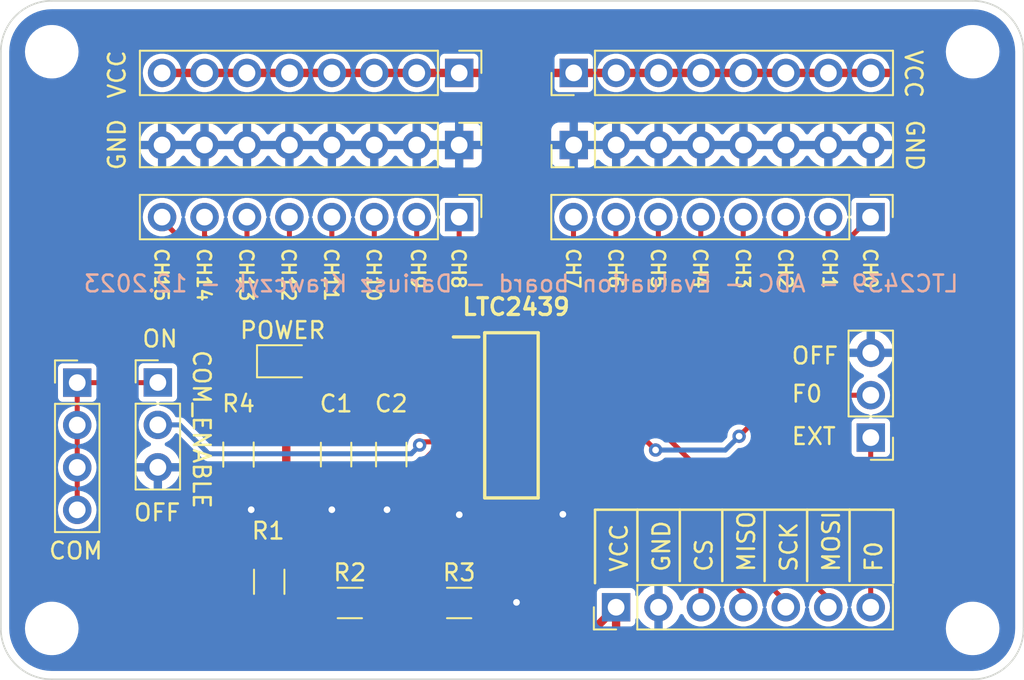
<source format=kicad_pcb>
(kicad_pcb (version 20221018) (generator pcbnew)
  (layers (0 "F.Cu" signal) (31 "B.Cu" power) (34 "B.Paste" user) (35 "F.Paste" user) (36 "B.SilkS" user "B.Silkscreen") (37 "F.SilkS" user "F.Silkscreen") (38 "B.Mask" user) (39 "F.Mask" user) (44 "Edge.Cuts" user))
  (net 0 "")
  (net 1 "VCC")
  (net 2 "REF-")
  (net 3 "CH8")
  (net 4 "CH9")
  (net 5 "CH10")
  (net 6 "CH11")
  (net 7 "CH12")
  (net 8 "CH13")
  (net 9 "CH14")
  (net 10 "CH15")
  (net 11 "COM")
  (net 12 "REF+")
  (net 13 "CS")
  (net 14 "MISO")
  (net 15 "SCK")
  (net 16 "MOSI")
  (net 17 "CH0")
  (net 18 "CH1")
  (net 19 "CH2")
  (net 20 "CH3")
  (net 21 "CH4")
  (net 22 "CH5")
  (net 23 "CH6")
  (net 24 "CH7")
  (net 25 "F0")
  (net 26 "GND")
  (net 27 "Net-(D1-K)")
  (net 28 "Net-(J1-Pin_1)")
  (net 29 "Net-(J5-Pin_2)")
  (footprint "Capacitor_SMD:C_1206_3216Metric" (layer "F.Cu") (at 123.952 87.122 -90)
    (fp_text reference "C1" (at -3.048 0 -180) (layer "F.SilkS"))
    (fp_text value "4.7uF")
    (fp_line (start -0.711252 -0.91) (end 0.711252 -0.91) (stroke (width 0.12)) (layer "F.SilkS"))
    (fp_line (start -0.711252 0.91) (end 0.711252 0.91) (stroke (width 0.12)) (layer "F.SilkS"))
    (pad "1" smd roundrect (at -1.475 0 270) (size 1.15 1.8) (layers "F.Cu" "F.Paste" "F.Mask") (roundrect_rratio 0.2173913043) (net 1 "VCC"))
    (pad "2" smd roundrect (at 1.475 0 270) (size 1.15 1.8) (layers "F.Cu" "F.Paste" "F.Mask") (roundrect_rratio 0.2173913043) (net 26 "GND"))
  )
  (footprint "Connector_PinHeader_2.54mm:PinHeader_1x08_P2.54mm_Vertical" (layer "F.Cu") (at 131.318 64.262 -90)
    (fp_text reference "J4" hide)
    (fp_text value "VCC" hide)
    (fp_line (start -1.33 -1.33) (end 0 -1.33) (stroke (width 0.12)) (layer "F.SilkS"))
    (fp_line (start -1.33 0) (end -1.33 -1.33) (stroke (width 0.12)) (layer "F.SilkS"))
    (fp_line (start -1.33 1.27) (end -1.33 19.11) (stroke (width 0.12)) (layer "F.SilkS"))
    (fp_line (start -1.33 1.27) (end 1.33 1.27) (stroke (width 0.12)) (layer "F.SilkS"))
    (fp_line (start -1.33 19.11) (end 1.33 19.11) (stroke (width 0.12)) (layer "F.SilkS"))
    (fp_line (start 1.33 1.27) (end 1.33 19.11) (stroke (width 0.12)) (layer "F.SilkS"))
    (pad "1" thru_hole rect (at 0 0 270) (size 1.7 1.7) (drill 1) (layers "*.Cu" "*.Mask") (net 1 "VCC"))
    (pad "2" thru_hole oval (at 0 2.54 270) (size 1.7 1.7) (drill 1) (layers "*.Cu" "*.Mask") (net 1 "VCC"))
    (pad "3" thru_hole oval (at 0 5.08 270) (size 1.7 1.7) (drill 1) (layers "*.Cu" "*.Mask") (net 1 "VCC"))
    (pad "4" thru_hole oval (at 0 7.62 270) (size 1.7 1.7) (drill 1) (layers "*.Cu" "*.Mask") (net 1 "VCC"))
    (pad "5" thru_hole oval (at 0 10.16 270) (size 1.7 1.7) (drill 1) (layers "*.Cu" "*.Mask") (net 1 "VCC"))
    (pad "6" thru_hole oval (at 0 12.7 270) (size 1.7 1.7) (drill 1) (layers "*.Cu" "*.Mask") (net 1 "VCC"))
    (pad "7" thru_hole oval (at 0 15.24 270) (size 1.7 1.7) (drill 1) (layers "*.Cu" "*.Mask") (net 1 "VCC"))
    (pad "8" thru_hole oval (at 0 17.78 270) (size 1.7 1.7) (drill 1) (layers "*.Cu" "*.Mask") (net 1 "VCC"))
  )
  (footprint "Resistor_SMD:R_1206_3216Metric" (layer "F.Cu") (at 124.7755 96.012)
    (fp_text reference "R2" (at 0 -1.82) (layer "F.SilkS"))
    (fp_text value "1k")
    (fp_line (start -0.727064 -0.91) (end 0.727064 -0.91) (stroke (width 0.12)) (layer "F.SilkS"))
    (fp_line (start -0.727064 0.91) (end 0.727064 0.91) (stroke (width 0.12)) (layer "F.SilkS"))
    (pad "1" smd roundrect (at -1.4625 0) (size 1.125 1.75) (layers "F.Cu" "F.Paste" "F.Mask") (roundrect_rratio 0.2222222222) (net 12 "REF+"))
    (pad "2" smd roundrect (at 1.4625 0) (size 1.125 1.75) (layers "F.Cu" "F.Paste" "F.Mask") (roundrect_rratio 0.2222222222) (net 2 "REF-"))
  )
  (footprint "Connector_PinHeader_2.54mm:PinHeader_1x08_P2.54mm_Vertical" (layer "F.Cu") (at 155.941 72.898 -90)
    (fp_text reference "J3" hide)
    (fp_text value "CH0-7" hide)
    (fp_line (start -1.33 -1.33) (end 0 -1.33) (stroke (width 0.12)) (layer "F.SilkS"))
    (fp_line (start -1.33 0) (end -1.33 -1.33) (stroke (width 0.12)) (layer "F.SilkS"))
    (fp_line (start -1.33 1.27) (end -1.33 19.11) (stroke (width 0.12)) (layer "F.SilkS"))
    (fp_line (start -1.33 1.27) (end 1.33 1.27) (stroke (width 0.12)) (layer "F.SilkS"))
    (fp_line (start -1.33 19.11) (end 1.33 19.11) (stroke (width 0.12)) (layer "F.SilkS"))
    (fp_line (start 1.33 1.27) (end 1.33 19.11) (stroke (width 0.12)) (layer "F.SilkS"))
    (pad "1" thru_hole rect (at 0 0 270) (size 1.7 1.7) (drill 1) (layers "*.Cu" "*.Mask") (net 17 "CH0"))
    (pad "2" thru_hole oval (at 0 2.54 270) (size 1.7 1.7) (drill 1) (layers "*.Cu" "*.Mask") (net 18 "CH1"))
    (pad "3" thru_hole oval (at 0 5.08 270) (size 1.7 1.7) (drill 1) (layers "*.Cu" "*.Mask") (net 19 "CH2"))
    (pad "4" thru_hole oval (at 0 7.62 270) (size 1.7 1.7) (drill 1) (layers "*.Cu" "*.Mask") (net 20 "CH3"))
    (pad "5" thru_hole oval (at 0 10.16 270) (size 1.7 1.7) (drill 1) (layers "*.Cu" "*.Mask") (net 21 "CH4"))
    (pad "6" thru_hole oval (at 0 12.7 270) (size 1.7 1.7) (drill 1) (layers "*.Cu" "*.Mask") (net 22 "CH5"))
    (pad "7" thru_hole oval (at 0 15.24 270) (size 1.7 1.7) (drill 1) (layers "*.Cu" "*.Mask") (net 23 "CH6"))
    (pad "8" thru_hole oval (at 0 17.78 270) (size 1.7 1.7) (drill 1) (layers "*.Cu" "*.Mask") (net 24 "CH7"))
  )
  (footprint "Connector_PinHeader_2.54mm:PinHeader_1x03_P2.54mm_Vertical" (layer "F.Cu") (at 113.284 82.804)
    (fp_text reference "J10" hide)
    (fp_text value "COM_ENABLE" hide)
    (fp_line (start -1.33 -1.33) (end 0 -1.33) (stroke (width 0.12)) (layer "F.SilkS"))
    (fp_line (start -1.33 0) (end -1.33 -1.33) (stroke (width 0.12)) (layer "F.SilkS"))
    (fp_line (start -1.33 1.27) (end -1.33 6.41) (stroke (width 0.12)) (layer "F.SilkS"))
    (fp_line (start -1.33 1.27) (end 1.33 1.27) (stroke (width 0.12)) (layer "F.SilkS"))
    (fp_line (start -1.33 6.41) (end 1.33 6.41) (stroke (width 0.12)) (layer "F.SilkS"))
    (fp_line (start 1.33 1.27) (end 1.33 6.41) (stroke (width 0.12)) (layer "F.SilkS"))
    (pad "1" thru_hole rect (at 0 0) (size 1.7 1.7) (drill 1) (layers "*.Cu" "*.Mask") (net 28 "Net-(J1-Pin_1)"))
    (pad "2" thru_hole oval (at 0 2.54) (size 1.7 1.7) (drill 1) (layers "*.Cu" "*.Mask") (net 11 "COM"))
    (pad "3" thru_hole oval (at 0 5.08) (size 1.7 1.7) (drill 1) (layers "*.Cu" "*.Mask") (net 26 "GND"))
  )
  (footprint "Connector_PinHeader_2.54mm:PinHeader_1x04_P2.54mm_Vertical" (layer "F.Cu") (at 108.458 82.814)
    (fp_text reference "J1" hide)
    (fp_text value "COM" hide)
    (fp_line (start -1.33 -1.33) (end 0 -1.33) (stroke (width 0.12)) (layer "F.SilkS"))
    (fp_line (start -1.33 0) (end -1.33 -1.33) (stroke (width 0.12)) (layer "F.SilkS"))
    (fp_line (start -1.33 1.27) (end -1.33 8.95) (stroke (width 0.12)) (layer "F.SilkS"))
    (fp_line (start -1.33 1.27) (end 1.33 1.27) (stroke (width 0.12)) (layer "F.SilkS"))
    (fp_line (start -1.33 8.95) (end 1.33 8.95) (stroke (width 0.12)) (layer "F.SilkS"))
    (fp_line (start 1.33 1.27) (end 1.33 8.95) (stroke (width 0.12)) (layer "F.SilkS"))
    (pad "1" thru_hole rect (at 0 0) (size 1.7 1.7) (drill 1) (layers "*.Cu" "*.Mask") (net 28 "Net-(J1-Pin_1)"))
    (pad "2" thru_hole oval (at 0 2.54) (size 1.7 1.7) (drill 1) (layers "*.Cu" "*.Mask") (net 28 "Net-(J1-Pin_1)"))
    (pad "3" thru_hole oval (at 0 5.08) (size 1.7 1.7) (drill 1) (layers "*.Cu" "*.Mask") (net 28 "Net-(J1-Pin_1)"))
    (pad "4" thru_hole oval (at 0 7.62) (size 1.7 1.7) (drill 1) (layers "*.Cu" "*.Mask") (net 28 "Net-(J1-Pin_1)"))
  )
  (footprint "Resistor_SMD:R_1206_3216Metric" (layer "F.Cu") (at 119.9495 94.742 -90)
    (fp_text reference "R1" (at -3.048 0.0615 -180) (layer "F.SilkS"))
    (fp_text value "50k")
    (fp_line (start -0.727064 -0.91) (end 0.727064 -0.91) (stroke (width 0.12)) (layer "F.SilkS"))
    (fp_line (start -0.727064 0.91) (end 0.727064 0.91) (stroke (width 0.12)) (layer "F.SilkS"))
    (pad "1" smd roundrect (at -1.4625 0 270) (size 1.125 1.75) (layers "F.Cu" "F.Paste" "F.Mask") (roundrect_rratio 0.2222222222) (net 1 "VCC"))
    (pad "2" smd roundrect (at 1.4625 0 270) (size 1.125 1.75) (layers "F.Cu" "F.Paste" "F.Mask") (roundrect_rratio 0.2222222222) (net 12 "REF+"))
  )
  (footprint "Capacitor_SMD:C_1206_3216Metric" (layer "F.Cu") (at 127.254 87.122 -90)
    (fp_text reference "C2" (at -3.048 0 -180) (layer "F.SilkS"))
    (fp_text value "0.1uF")
    (fp_line (start -0.711252 -0.91) (end 0.711252 -0.91) (stroke (width 0.12)) (layer "F.SilkS"))
    (fp_line (start -0.711252 0.91) (end 0.711252 0.91) (stroke (width 0.12)) (layer "F.SilkS"))
    (pad "1" smd roundrect (at -1.475 0 270) (size 1.15 1.8) (layers "F.Cu" "F.Paste" "F.Mask") (roundrect_rratio 0.2173913043) (net 1 "VCC"))
    (pad "2" smd roundrect (at 1.475 0 270) (size 1.15 1.8) (layers "F.Cu" "F.Paste" "F.Mask") (roundrect_rratio 0.2173913043) (net 26 "GND"))
  )
  (footprint "LTC2439-1IGN#PBF:SOP64P601X175-28N" (layer "F.Cu") (at 134.448 84.772)
    (fp_text reference "LTC2439" (at 0.277 -6.497) (layer "F.SilkS") (effects (font (thickness 0.2) bold)))
    (fp_text value "LTC2439-1IGN#PBF" hide)
    (fp_line (start -3.475 -4.695) (end -1.95 -4.695) (stroke (width 0.2)) (layer "F.SilkS"))
    (fp_line (start -1.6 -4.946) (end 1.6 -4.946) (stroke (width 0.2)) (layer "F.SilkS"))
    (fp_line (start -1.6 4.946) (end -1.6 -4.946) (stroke (width 0.2)) (layer "F.SilkS"))
    (fp_line (start 1.6 -4.946) (end 1.6 4.946) (stroke (width 0.2)) (layer "F.SilkS"))
    (fp_line (start 1.6 4.946) (end -1.6 4.946) (stroke (width 0.2)) (layer "F.SilkS"))
    (pad "1" smd rect (at -2.712 -4.128 90) (size 0.435 1.526) (layers "F.Cu" "F.Paste" "F.Mask") (net 3 "CH8"))
    (pad "2" smd rect (at -2.712 -3.492 90) (size 0.435 1.526) (layers "F.Cu" "F.Paste" "F.Mask") (net 4 "CH9"))
    (pad "3" smd rect (at -2.712 -2.858 90) (size 0.435 1.526) (layers "F.Cu" "F.Paste" "F.Mask") (net 5 "CH10"))
    (pad "4" smd rect (at -2.712 -2.222 90) (size 0.435 1.526) (layers "F.Cu" "F.Paste" "F.Mask") (net 6 "CH11"))
    (pad "5" smd rect (at -2.712 -1.588 90) (size 0.435 1.526) (layers "F.Cu" "F.Paste" "F.Mask") (net 7 "CH12"))
    (pad "6" smd rect (at -2.712 -0.952 90) (size 0.435 1.526) (layers "F.Cu" "F.Paste" "F.Mask") (net 8 "CH13"))
    (pad "7" smd rect (at -2.712 -0.318 90) (size 0.435 1.526) (layers "F.Cu" "F.Paste" "F.Mask") (net 9 "CH14"))
    (pad "8" smd rect (at -2.712 0.318 90) (size 0.435 1.526) (layers "F.Cu" "F.Paste" "F.Mask") (net 10 "CH15"))
    (pad "9" smd rect (at -2.712 0.952 90) (size 0.435 1.526) (layers "F.Cu" "F.Paste" "F.Mask") (net 1 "VCC"))
    (pad "10" smd rect (at -2.712 1.588 90) (size 0.435 1.526) (layers "F.Cu" "F.Paste" "F.Mask") (net 11 "COM"))
    (pad "11" smd rect (at -2.712 2.222 90) (size 0.435 1.526) (layers "F.Cu" "F.Paste" "F.Mask") (net 12 "REF+"))
    (pad "12" smd rect (at -2.712 2.858 90) (size 0.435 1.526) (layers "F.Cu" "F.Paste" "F.Mask") (net 2 "REF-"))
    (pad "13" smd rect (at -2.712 3.492 90) (size 0.435 1.526) (layers "F.Cu" "F.Paste" "F.Mask") (net 26 "GND"))
    (pad "14" smd rect (at -2.712 4.128 90) (size 0.435 1.526) (layers "F.Cu" "F.Paste" "F.Mask") (net 26 "GND"))
    (pad "15" smd rect (at 2.712 4.128 90) (size 0.435 1.526) (layers "F.Cu" "F.Paste" "F.Mask") (net 26 "GND"))
    (pad "16" smd rect (at 2.712 3.492 90) (size 0.435 1.526) (layers "F.Cu" "F.Paste" "F.Mask") (net 13 "CS"))
    (pad "17" smd rect (at 2.712 2.858 90) (size 0.435 1.526) (layers "F.Cu" "F.Paste" "F.Mask") (net 14 "MISO"))
    (pad "18" smd rect (at 2.712 2.222 90) (size 0.435 1.526) (layers "F.Cu" "F.Paste" "F.Mask") (net 15 "SCK"))
    (pad "19" smd rect (at 2.712 1.588 90) (size 0.435 1.526) (layers "F.Cu" "F.Paste" "F.Mask") (net 29 "Net-(J5-Pin_2)"))
    (pad "20" smd rect (at 2.712 0.952 90) (size 0.435 1.526) (layers "F.Cu" "F.Paste" "F.Mask") (net 16 "MOSI"))
    (pad "21" smd rect (at 2.712 0.318 90) (size 0.435 1.526) (layers "F.Cu" "F.Paste" "F.Mask") (net 17 "CH0"))
    (pad "22" smd rect (at 2.712 -0.318 90) (size 0.435 1.526) (layers "F.Cu" "F.Paste" "F.Mask") (net 18 "CH1"))
    (pad "23" smd rect (at 2.712 -0.952 90) (size 0.435 1.526) (layers "F.Cu" "F.Paste" "F.Mask") (net 19 "CH2"))
    (pad "24" smd rect (at 2.712 -1.588 90) (size 0.435 1.526) (layers "F.Cu" "F.Paste" "F.Mask") (net 20 "CH3"))
    (pad "25" smd rect (at 2.712 -2.222 90) (size 0.435 1.526) (layers "F.Cu" "F.Paste" "F.Mask") (net 21 "CH4"))
    (pad "26" smd rect (at 2.712 -2.858 90) (size 0.435 1.526) (layers "F.Cu" "F.Paste" "F.Mask") (net 22 "CH5"))
    (pad "27" smd rect (at 2.712 -3.492 90) (size 0.435 1.526) (layers "F.Cu" "F.Paste" "F.Mask") (net 23 "CH6"))
    (pad "28" smd rect (at 2.712 -4.128 90) (size 0.435 1.526) (layers "F.Cu" "F.Paste" "F.Mask") (net 24 "CH7"))
  )
  (footprint "Connector_PinHeader_2.54mm:PinHeader_1x07_P2.54mm_Vertical" (layer "F.Cu") (at 140.711 96.266 90)
    (fp_text reference "J9" hide)
    (fp_text value "GPIO" hide)
    (fp_line (start -1.33 -1.33) (end 0 -1.33) (stroke (width 0.12)) (layer "F.SilkS"))
    (fp_line (start -1.33 0) (end -1.33 -1.33) (stroke (width 0.12)) (layer "F.SilkS"))
    (fp_line (start -1.33 1.27) (end -1.33 16.57) (stroke (width 0.12)) (layer "F.SilkS"))
    (fp_line (start -1.33 1.27) (end 1.33 1.27) (stroke (width 0.12)) (layer "F.SilkS"))
    (fp_line (start -1.33 16.57) (end 1.33 16.57) (stroke (width 0.12)) (layer "F.SilkS"))
    (fp_line (start 1.33 1.27) (end 1.33 16.57) (stroke (width 0.12)) (layer "F.SilkS"))
    (pad "1" thru_hole rect (at 0 0 90) (size 1.7 1.7) (drill 1) (layers "*.Cu" "*.Mask") (net 1 "VCC"))
    (pad "2" thru_hole oval (at 0 2.54 90) (size 1.7 1.7) (drill 1) (layers "*.Cu" "*.Mask") (net 26 "GND"))
    (pad "3" thru_hole oval (at 0 5.08 90) (size 1.7 1.7) (drill 1) (layers "*.Cu" "*.Mask") (net 13 "CS"))
    (pad "4" thru_hole oval (at 0 7.62 90) (size 1.7 1.7) (drill 1) (layers "*.Cu" "*.Mask") (net 14 "MISO"))
    (pad "5" thru_hole oval (at 0 10.16 90) (size 1.7 1.7) (drill 1) (layers "*.Cu" "*.Mask") (net 15 "SCK"))
    (pad "6" thru_hole oval (at 0 12.7 90) (size 1.7 1.7) (drill 1) (layers "*.Cu" "*.Mask") (net 16 "MOSI"))
    (pad "7" thru_hole oval (at 0 15.24 90) (size 1.7 1.7) (drill 1) (layers "*.Cu" "*.Mask") (net 25 "F0"))
  )
  (footprint "MountingHole:MountingHole_2.2mm_M2" (layer "F.Cu") (at 162.052 97.536)
    (fp_text reference "H3" hide)
    (fp_text value "MountingHole" hide)
    (pad "" np_thru_hole circle (at 0 0) (size 2.2 2.2) (drill 2.2) (layers "*.Cu" "*.Mask"))
  )
  (footprint "Connector_PinHeader_2.54mm:PinHeader_1x08_P2.54mm_Vertical" (layer "F.Cu") (at 138.176 64.262 90)
    (fp_text reference "J6" hide)
    (fp_text value "VCC" hide)
    (fp_line (start -1.33 -1.33) (end 0 -1.33) (stroke (width 0.12)) (layer "F.SilkS"))
    (fp_line (start -1.33 0) (end -1.33 -1.33) (stroke (width 0.12)) (layer "F.SilkS"))
    (fp_line (start -1.33 1.27) (end -1.33 19.11) (stroke (width 0.12)) (layer "F.SilkS"))
    (fp_line (start -1.33 1.27) (end 1.33 1.27) (stroke (width 0.12)) (layer "F.SilkS"))
    (fp_line (start -1.33 19.11) (end 1.33 19.11) (stroke (width 0.12)) (layer "F.SilkS"))
    (fp_line (start 1.33 1.27) (end 1.33 19.11) (stroke (width 0.12)) (layer "F.SilkS"))
    (pad "1" thru_hole rect (at 0 0 90) (size 1.7 1.7) (drill 1) (layers "*.Cu" "*.Mask") (net 1 "VCC"))
    (pad "2" thru_hole oval (at 0 2.54 90) (size 1.7 1.7) (drill 1) (layers "*.Cu" "*.Mask") (net 1 "VCC"))
    (pad "3" thru_hole oval (at 0 5.08 90) (size 1.7 1.7) (drill 1) (layers "*.Cu" "*.Mask") (net 1 "VCC"))
    (pad "4" thru_hole oval (at 0 7.62 90) (size 1.7 1.7) (drill 1) (layers "*.Cu" "*.Mask") (net 1 "VCC"))
    (pad "5" thru_hole oval (at 0 10.16 90) (size 1.7 1.7) (drill 1) (layers "*.Cu" "*.Mask") (net 1 "VCC"))
    (pad "6" thru_hole oval (at 0 12.7 90) (size 1.7 1.7) (drill 1) (layers "*.Cu" "*.Mask") (net 1 "VCC"))
    (pad "7" thru_hole oval (at 0 15.24 90) (size 1.7 1.7) (drill 1) (layers "*.Cu" "*.Mask") (net 1 "VCC"))
    (pad "8" thru_hole oval (at 0 17.78 90) (size 1.7 1.7) (drill 1) (layers "*.Cu" "*.Mask") (net 1 "VCC"))
  )
  (footprint "Connector_PinHeader_2.54mm:PinHeader_1x08_P2.54mm_Vertical" (layer "F.Cu") (at 131.318 68.58 -90)
    (fp_text reference "J7" hide)
    (fp_text value "GND" hide)
    (fp_line (start -1.33 -1.33) (end 0 -1.33) (stroke (width 0.12)) (layer "F.SilkS"))
    (fp_line (start -1.33 0) (end -1.33 -1.33) (stroke (width 0.12)) (layer "F.SilkS"))
    (fp_line (start -1.33 1.27) (end -1.33 19.11) (stroke (width 0.12)) (layer "F.SilkS"))
    (fp_line (start -1.33 1.27) (end 1.33 1.27) (stroke (width 0.12)) (layer "F.SilkS"))
    (fp_line (start -1.33 19.11) (end 1.33 19.11) (stroke (width 0.12)) (layer "F.SilkS"))
    (fp_line (start 1.33 1.27) (end 1.33 19.11) (stroke (width 0.12)) (layer "F.SilkS"))
    (pad "1" thru_hole rect (at 0 0 270) (size 1.7 1.7) (drill 1) (layers "*.Cu" "*.Mask") (net 26 "GND"))
    (pad "2" thru_hole oval (at 0 2.54 270) (size 1.7 1.7) (drill 1) (layers "*.Cu" "*.Mask") (net 26 "GND"))
    (pad "3" thru_hole oval (at 0 5.08 270) (size 1.7 1.7) (drill 1) (layers "*.Cu" "*.Mask") (net 26 "GND"))
    (pad "4" thru_hole oval (at 0 7.62 270) (size 1.7 1.7) (drill 1) (layers "*.Cu" "*.Mask") (net 26 "GND"))
    (pad "5" thru_hole oval (at 0 10.16 270) (size 1.7 1.7) (drill 1) (layers "*.Cu" "*.Mask") (net 26 "GND"))
    (pad "6" thru_hole oval (at 0 12.7 270) (size 1.7 1.7) (drill 1) (layers "*.Cu" "*.Mask") (net 26 "GND"))
    (pad "7" thru_hole oval (at 0 15.24 270) (size 1.7 1.7) (drill 1) (layers "*.Cu" "*.Mask") (net 26 "GND"))
    (pad "8" thru_hole oval (at 0 17.78 270) (size 1.7 1.7) (drill 1) (layers "*.Cu" "*.Mask") (net 26 "GND"))
  )
  (footprint "MountingHole:MountingHole_2.2mm_M2" (layer "F.Cu") (at 106.934 62.992)
    (fp_text reference "H1" hide)
    (fp_text value "MountingHole" hide)
    (pad "" np_thru_hole circle (at 0 0) (size 2.2 2.2) (drill 2.2) (layers "*.Cu" "*.Mask"))
  )
  (footprint "Connector_PinHeader_2.54mm:PinHeader_1x08_P2.54mm_Vertical" (layer "F.Cu") (at 131.318 72.898 -90)
    (fp_text reference "J2" hide)
    (fp_text value "CH8-15" hide)
    (fp_line (start -1.33 -1.33) (end 0 -1.33) (stroke (width 0.12)) (layer "F.SilkS"))
    (fp_line (start -1.33 0) (end -1.33 -1.33) (stroke (width 0.12)) (layer "F.SilkS"))
    (fp_line (start -1.33 1.27) (end -1.33 19.11) (stroke (width 0.12)) (layer "F.SilkS"))
    (fp_line (start -1.33 1.27) (end 1.33 1.27) (stroke (width 0.12)) (layer "F.SilkS"))
    (fp_line (start -1.33 19.11) (end 1.33 19.11) (stroke (width 0.12)) (layer "F.SilkS"))
    (fp_line (start 1.33 1.27) (end 1.33 19.11) (stroke (width 0.12)) (layer "F.SilkS"))
    (pad "1" thru_hole rect (at 0 0 270) (size 1.7 1.7) (drill 1) (layers "*.Cu" "*.Mask") (net 3 "CH8"))
    (pad "2" thru_hole oval (at 0 2.54 270) (size 1.7 1.7) (drill 1) (layers "*.Cu" "*.Mask") (net 4 "CH9"))
    (pad "3" thru_hole oval (at 0 5.08 270) (size 1.7 1.7) (drill 1) (layers "*.Cu" "*.Mask") (net 5 "CH10"))
    (pad "4" thru_hole oval (at 0 7.62 270) (size 1.7 1.7) (drill 1) (layers "*.Cu" "*.Mask") (net 6 "CH11"))
    (pad "5" thru_hole oval (at 0 10.16 270) (size 1.7 1.7) (drill 1) (layers "*.Cu" "*.Mask") (net 7 "CH12"))
    (pad "6" thru_hole oval (at 0 12.7 270) (size 1.7 1.7) (drill 1) (layers "*.Cu" "*.Mask") (net 8 "CH13"))
    (pad "7" thru_hole oval (at 0 15.24 270) (size 1.7 1.7) (drill 1) (layers "*.Cu" "*.Mask") (net 9 "CH14"))
    (pad "8" thru_hole oval (at 0 17.78 270) (size 1.7 1.7) (drill 1) (layers "*.Cu" "*.Mask") (net 10 "CH15"))
  )
  (footprint "Connector_PinHeader_2.54mm:PinHeader_1x03_P2.54mm_Vertical" (layer "F.Cu") (at 155.956 86.106 180)
    (fp_text reference "J5" hide)
    (fp_text value "F0_ON_OFF" hide)
    (fp_line (start -1.33 -1.33) (end 0 -1.33) (stroke (width 0.12)) (layer "F.SilkS"))
    (fp_line (start -1.33 0) (end -1.33 -1.33) (stroke (width 0.12)) (layer "F.SilkS"))
    (fp_line (start -1.33 1.27) (end -1.33 6.41) (stroke (width 0.12)) (layer "F.SilkS"))
    (fp_line (start -1.33 1.27) (end 1.33 1.27) (stroke (width 0.12)) (layer "F.SilkS"))
    (fp_line (start -1.33 6.41) (end 1.33 6.41) (stroke (width 0.12)) (layer "F.SilkS"))
    (fp_line (start 1.33 1.27) (end 1.33 6.41) (stroke (width 0.12)) (layer "F.SilkS"))
    (pad "1" thru_hole rect (at 0 0 180) (size 1.7 1.7) (drill 1) (layers "*.Cu" "*.Mask") (net 25 "F0"))
    (pad "2" thru_hole oval (at 0 2.54 180) (size 1.7 1.7) (drill 1) (layers "*.Cu" "*.Mask") (net 29 "Net-(J5-Pin_2)"))
    (pad "3" thru_hole oval (at 0 5.08 180) (size 1.7 1.7) (drill 1) (layers "*.Cu" "*.Mask") (net 26 "GND"))
  )
  (footprint "LED_SMD:LED_0805_2012Metric" (layer "F.Cu") (at 120.904 81.534)
    (fp_text reference "D1" hide)
    (fp_text value "POWER_LED" hide)
    (fp_line (start -1.685 -0.96) (end -1.685 0.96) (stroke (width 0.12)) (layer "F.SilkS"))
    (fp_line (start -1.685 0.96) (end 1 0.96) (stroke (width 0.12)) (layer "F.SilkS"))
    (fp_line (start 1 -0.96) (end -1.685 -0.96) (stroke (width 0.12)) (layer "F.SilkS"))
    (pad "1" smd roundrect (at -0.9375 0) (size 0.975 1.4) (layers "F.Cu" "F.Paste" "F.Mask") (net 27 "Net-(D1-K)"))
    (pad "2" smd roundrect (at 0.9375 0) (size 0.975 1.4) (layers "F.Cu" "F.Paste" "F.Mask") (net 1 "VCC"))
  )
  (footprint "Connector_PinHeader_2.54mm:PinHeader_1x08_P2.54mm_Vertical" (layer "F.Cu") (at 138.176 68.58 90)
    (fp_text reference "J8" hide)
    (fp_text value "GND" hide)
    (fp_line (start -1.33 -1.33) (end 0 -1.33) (stroke (width 0.12)) (layer "F.SilkS"))
    (fp_line (start -1.33 0) (end -1.33 -1.33) (stroke (width 0.12)) (layer "F.SilkS"))
    (fp_line (start -1.33 1.27) (end -1.33 19.11) (stroke (width 0.12)) (layer "F.SilkS"))
    (fp_line (start -1.33 1.27) (end 1.33 1.27) (stroke (width 0.12)) (layer "F.SilkS"))
    (fp_line (start -1.33 19.11) (end 1.33 19.11) (stroke (width 0.12)) (layer "F.SilkS"))
    (fp_line (start 1.33 1.27) (end 1.33 19.11) (stroke (width 0.12)) (layer "F.SilkS"))
    (pad "1" thru_hole rect (at 0 0 90) (size 1.7 1.7) (drill 1) (layers "*.Cu" "*.Mask") (net 26 "GND"))
    (pad "2" thru_hole oval (at 0 2.54 90) (size 1.7 1.7) (drill 1) (layers "*.Cu" "*.Mask") (net 26 "GND"))
    (pad "3" thru_hole oval (at 0 5.08 90) (size 1.7 1.7) (drill 1) (layers "*.Cu" "*.Mask") (net 26 "GND"))
    (pad "4" thru_hole oval (at 0 7.62 90) (size 1.7 1.7) (drill 1) (layers "*.Cu" "*.Mask") (net 26 "GND"))
    (pad "5" thru_hole oval (at 0 10.16 90) (size 1.7 1.7) (drill 1) (layers "*.Cu" "*.Mask") (net 26 "GND"))
    (pad "6" thru_hole oval (at 0 12.7 90) (size 1.7 1.7) (drill 1) (layers "*.Cu" "*.Mask") (net 26 "GND"))
    (pad "7" thru_hole oval (at 0 15.24 90) (size 1.7 1.7) (drill 1) (layers "*.Cu" "*.Mask") (net 26 "GND"))
    (pad "8" thru_hole oval (at 0 17.78 90) (size 1.7 1.7) (drill 1) (layers "*.Cu" "*.Mask") (net 26 "GND"))
  )
  (footprint "MountingHole:MountingHole_2.2mm_M2" (layer "F.Cu") (at 106.934 97.536)
    (fp_text reference "H4" hide)
    (fp_text value "MountingHole" hide)
    (pad "" np_thru_hole circle (at 0 0) (size 2.2 2.2) (drill 2.2) (layers "*.Cu" "*.Mask"))
  )
  (footprint "MountingHole:MountingHole_2.2mm_M2" (layer "F.Cu") (at 162.052 62.992)
    (fp_text reference "H2" hide)
    (fp_text value "MountingHole" hide)
    (pad "" np_thru_hole circle (at 0 0) (size 2.2 2.2) (drill 2.2) (layers "*.Cu" "*.Mask"))
  )
  (footprint "Resistor_SMD:R_1206_3216Metric" (layer "F.Cu") (at 131.318 96.012)
    (fp_text reference "R3" (at 0 -1.82) (layer "F.SilkS"))
    (fp_text value "0")
    (fp_line (start -0.727064 -0.91) (end 0.727064 -0.91) (stroke (width 0.12)) (layer "F.SilkS"))
    (fp_line (start -0.727064 0.91) (end 0.727064 0.91) (stroke (width 0.12)) (layer "F.SilkS"))
    (pad "1" smd roundrect (at -1.4625 0) (size 1.125 1.75) (layers "F.Cu" "F.Paste" "F.Mask") (roundrect_rratio 0.2222222222) (net 2 "REF-"))
    (pad "2" smd roundrect (at 1.4625 0) (size 1.125 1.75) (layers "F.Cu" "F.Paste" "F.Mask") (roundrect_rratio 0.2222222222) (net 26 "GND"))
  )
  (footprint "Resistor_SMD:R_1206_3216Metric" (layer "F.Cu") (at 118.11 87.122 -90)
    (fp_text reference "R4" (at -3.048 0 -180) (layer "F.SilkS"))
    (fp_text value "480" hide)
    (fp_line (start -0.727064 -0.91) (end 0.727064 -0.91) (stroke (width 0.12)) (layer "F.SilkS"))
    (fp_line (start -0.727064 0.91) (end 0.727064 0.91) (stroke (width 0.12)) (layer "F.SilkS"))
    (pad "1" smd roundrect (at -1.4625 0 270) (size 1.125 1.75) (layers "F.Cu" "F.Paste" "F.Mask") (roundrect_rratio 0.2222222222) (net 27 "Net-(D1-K)"))
    (pad "2" smd roundrect (at 1.4625 0 270) (size 1.125 1.75) (layers "F.Cu" "F.Paste" "F.Mask") (roundrect_rratio 0.2222222222) (net 26 "GND"))
  )
  (gr_line (start 152.146 94.7) (end 152.146 90.424) (stroke (width 0.15)) (layer "F.SilkS"))
  (gr_line (start 144.526 94.7) (end 144.526 90.424) (stroke (width 0.15)) (layer "F.SilkS"))
  (gr_line (start 149.6 94.7) (end 149.6 90.45) (stroke (width 0.15)) (layer "F.SilkS"))
  (gr_line (start 157.3 94.8) (end 157.3 90.5) (stroke (width 0.15)) (layer "F.SilkS"))
  (gr_line (start 141.986 90.424) (end 154.686 90.424) (stroke (width 0.15)) (layer "F.SilkS"))
  (gr_line (start 154.686 94.7) (end 154.686 90.424) (stroke (width 0.15)) (layer "F.SilkS"))
  (gr_line (start 147.066 94.7) (end 147.066 90.424) (stroke (width 0.15)) (layer "F.SilkS"))
  (gr_line (start 141.986 90.424) (end 139.625 90.425) (stroke (width 0.15)) (layer "F.SilkS"))
  (gr_line (start 157.091429 90.425712) (end 157.3 90.425) (stroke (width 0.15)) (layer "F.SilkS"))
  (gr_line (start 141.99 94.68) (end 141.986 90.424) (stroke (width 0.15)) (layer "F.SilkS"))
  (gr_line (start 139.625 90.425) (end 139.445372 90.424605) (stroke (width 0.15)) (layer "F.SilkS"))
  (gr_line (start 157.3 90.5) (end 157.3 90.425) (stroke (width 0.15)) (layer "F.SilkS"))
  (gr_line (start 154.686 90.424) (end 157.091429 90.425712) (stroke (width 0.15)) (layer "F.SilkS"))
  (gr_line (start 139.45 94.825) (end 139.45 90.475) (stroke (width 0.15)) (layer "F.SilkS"))
  (gr_arc (start 162.052 59.944) (mid 164.207261 60.836739) (end 165.1 62.992) (stroke (width 0.1)) (layer "Edge.Cuts"))
  (gr_line (start 103.886 62.992) (end 103.886 97.536) (stroke (width 0.1)) (layer "Edge.Cuts"))
  (gr_arc (start 106.934 100.584) (mid 104.778739 99.691261) (end 103.886 97.536) (stroke (width 0.1)) (layer "Edge.Cuts"))
  (gr_line (start 165.1 62.992) (end 165.1 97.536) (stroke (width 0.1)) (layer "Edge.Cuts"))
  (gr_line (start 106.934 100.584) (end 162.052 100.584) (stroke (width 0.1)) (layer "Edge.Cuts"))
  (gr_line (start 106.934 59.944) (end 162.052 59.944) (stroke (width 0.1)) (layer "Edge.Cuts"))
  (gr_arc (start 165.1 97.536) (mid 164.207261 99.691261) (end 162.052 100.584) (stroke (width 0.1)) (layer "Edge.Cuts"))
  (gr_arc (start 103.886 62.992) (mid 104.778739 60.836739) (end 106.934 59.944) (stroke (width 0.1)) (layer "Edge.Cuts"))
  (gr_text "LTC2439 - ADC - Evaluation board - Dariusz Krawczyk - 12.2023" (at 161.29 77.47) (layer "B.SilkS") (effects (font (size 1 1)) (justify left bottom mirror)))
  (gr_text "CH8" (at 130.81 74.676 270) (layer "F.SilkS") (effects (font (size 0.8 0.8)) (justify left bottom)))
  (gr_text "F0" (at 156.718 94.234 90) (layer "F.SilkS") (effects (font (size 1 1)) (justify left bottom)))
  (gr_text "SCK" (at 151.638 94.234 90) (layer "F.SilkS") (effects (font (size 1 1)) (justify left bottom)))
  (gr_text "CH7" (at 137.668 74.676 270) (layer "F.SilkS") (effects (font (size 0.8 0.8)) (justify left bottom)))
  (gr_text "COM_ENABLE" (at 115.316 80.772 -90) (layer "F.SilkS") (effects (font (size 1 1)) (justify left bottom)))
  (gr_text "CH6" (at 140.208 74.676 270) (layer "F.SilkS") (effects (font (size 0.8 0.8)) (justify left bottom)))
  (gr_text "ON" (at 112.268 80.772) (layer "F.SilkS") (effects (font (size 1 1)) (justify left bottom)))
  (gr_text "CH9" (at 128.387 74.676 270) (layer "F.SilkS") (effects (font (size 0.8 0.8)) (justify left bottom)))
  (gr_text "POWER" (at 118.11 80.264) (layer "F.SilkS") (effects (font (size 1 1)) (justify left bottom)))
  (gr_text "CH11" (at 123.19 74.676 270) (layer "F.SilkS") (effects (font (size 0.8 0.8)) (justify left bottom)))
  (gr_text "GND\n" (at 158 66.975 -90) (layer "F.SilkS") (effects (font (size 1 1)) (justify left bottom)))
  (gr_text "COM" (at 106.68 93.472) (layer "F.SilkS") (effects (font (size 1 1)) (justify left bottom)))
  (gr_text "EXT" (at 151.13 86.614) (layer "F.SilkS") (effects (font (size 1 1)) (justify left bottom)))
  (gr_text "CH3" (at 147.828 74.676 270) (layer "F.SilkS") (effects (font (size 0.8 0.8)) (justify left bottom)))
  (gr_text "VCC" (at 141.478 94.234 90) (layer "F.SilkS") (effects (font (size 1 1)) (justify left bottom)))
  (gr_text "CH0" (at 155.448 74.676 270) (layer "F.SilkS") (effects (font (size 0.8 0.8)) (justify left bottom)))
  (gr_text "CH2" (at 150.368 74.676 270) (layer "F.SilkS") (effects (font (size 0.8 0.8)) (justify left bottom)))
  (gr_text "CS" (at 146.558 94.234 90) (layer "F.SilkS") (effects (font (size 1 1)) (justify left bottom)))
  (gr_text "CH10" (at 125.73 74.676 270) (layer "F.SilkS") (effects (font (size 0.8 0.8)) (justify left bottom)))
  (gr_text "GND\n" (at 111.425 70.175 90) (layer "F.SilkS") (effects (font (size 1 1)) (justify left bottom)))
  (gr_text "CH15" (at 113.03 74.676 270) (layer "F.SilkS") (effects (font (size 0.8 0.8)) (justify left bottom)))
  (gr_text "OFF" (at 111.76 91.186) (layer "F.SilkS") (effects (font (size 1 1)) (justify left bottom)))
  (gr_text "CH4" (at 145.275 74.676 270) (layer "F.SilkS") (effects (font (size 0.8 0.8)) (justify left bottom)))
  (gr_text "CH1" (at 153.025 74.676 270) (layer "F.SilkS") (effects (font (size 0.8 0.8)) (justify left bottom)))
  (gr_text "CH13" (at 118.11 74.676 270) (layer "F.SilkS") (effects (font (size 0.8 0.8)) (justify left bottom)))
  (gr_text "GND" (at 144.018 94.234 90) (layer "F.SilkS") (effects (font (size 1 1)) (justify left bottom)))
  (gr_text "F0" (at 151.13 84.074) (layer "F.SilkS") (effects (font (size 1 1)) (justify left bottom)))
  (gr_text "CH14" (at 115.57 74.676 270) (layer "F.SilkS") (effects (font (size 0.8 0.8)) (justify left bottom)))
  (gr_text "OFF" (at 151.13 81.788) (layer "F.SilkS") (effects (font (size 1 1)) (justify left bottom)))
  (gr_text "VCC" (at 111.425 65.875 90) (layer "F.SilkS") (effects (font (size 1 1)) (justify left bottom)))
  (gr_text "CH12" (at 120.637 74.676 270) (layer "F.SilkS") (effects (font (size 0.8 0.8)) (justify left bottom)))
  (gr_text "VCC" (at 157.925 62.8 -90) (layer "F.SilkS") (effects (font (size 1 1)) (justify left bottom)))
  (gr_text "MOSI" (at 154.178 94.234 90) (layer "F.SilkS") (effects (font (size 1 1)) (justify left bottom)))
  (gr_text "MISO" (at 149.098 94.234 90) (layer "F.SilkS") (effects (font (size 1 1)) (justify left bottom)))
  (gr_text "CH5" (at 142.748 74.676 270) (layer "F.SilkS") (effects (font (size 0.8 0.8)) (justify left bottom)))
  (segment (start 140.711 96.266) (end 140.711 98.039) (width 0.5) (layer "F.Cu") (net 1))
  (segment (start 155.956 64.262) (end 153.416 64.262) (width 0.5) (layer "F.Cu") (net 1))
  (segment (start 120.97 91.23) (end 120.97 86.28) (width 0.5) (layer "F.Cu") (net 1))
  (segment (start 120.97 86.28) (end 121.603 85.647) (width 0.5) (layer "F.Cu") (net 1))
  (segment (start 158.242 91.948) (end 160.02 90.17) (width 0.5) (layer "F.Cu") (net 1))
  (segment (start 138.677 98.3) (end 138.675 98.3) (width 0.5) (layer "F.Cu") (net 1))
  (segment (start 123.952 85.647) (end 127.254 85.647) (width 0.5) (layer "F.Cu") (net 1))
  (segment (start 126.238 64.262) (end 128.778 64.262) (width 0.5) (layer "F.Cu") (net 1))
  (segment (start 148.336 64.262) (end 150.876 64.262) (width 0.5) (layer "F.Cu") (net 1))
  (segment (start 117.7945 93.2795) (end 119.9495 93.2795) (width 0.5) (layer "F.Cu") (net 1))
  (segment (start 116.586 94.488) (end 117.7945 93.2795) (width 0.5) (layer "F.Cu") (net 1))
  (segment (start 140.711 96.266) (end 138.677 98.3) (width 0.5) (layer "F.Cu") (net 1))
  (segment (start 160.02 90.17) (end 160.02 66.548) (width 0.5) (layer "F.Cu") (net 1))
  (segment (start 138.176 64.262) (end 140.716 64.262) (width 0.5) (layer "F.Cu") (net 1))
  (segment (start 140.716 64.262) (end 143.256 64.262) (width 0.5) (layer "F.Cu") (net 1))
  (segment (start 118.11 98.552) (end 116.586 97.028) (width 0.5) (layer "F.Cu") (net 1))
  (segment (start 160.02 66.548) (end 157.734 64.262) (width 0.5) (layer "F.Cu") (net 1))
  (segment (start 116.078 64.262) (end 118.618 64.262) (width 0.5) (layer "F.Cu") (net 1))
  (segment (start 121.603 85.647) (end 123.952 85.647) (width 0.5) (layer "F.Cu") (net 1))
  (segment (start 138.675 98.3) (end 138.423 98.552) (width 0.5) (layer "F.Cu") (net 1))
  (segment (start 150.876 64.262) (end 153.416 64.262) (width 0.5) (layer "F.Cu") (net 1))
  (segment (start 158.242 98.044) (end 158.242 91.948) (width 0.5) (layer "F.Cu") (net 1))
  (segment (start 127.331 85.724) (end 127.254 85.647) (width 0.3) (layer "F.Cu") (net 1))
  (segment (start 119.9495 92.2505) (end 120.97 91.23) (width 0.5) (layer "F.Cu") (net 1))
  (segment (start 143.256 64.262) (end 145.796 64.262) (width 0.5) (layer "F.Cu") (net 1))
  (segment (start 157.734 64.262) (end 155.956 64.262) (width 0.5) (layer "F.Cu") (net 1))
  (segment (start 148.336 64.262) (end 145.796 64.262) (width 0.5) (layer "F.Cu") (net 1))
  (segment (start 157.48 98.806) (end 158.242 98.044) (width 0.5) (layer "F.Cu") (net 1))
  (segment (start 119.9495 93.2795) (end 119.9495 92.2505) (width 0.5) (layer "F.Cu") (net 1))
  (segment (start 140.711 98.039) (end 141.478 98.806) (width 0.5) (layer "F.Cu") (net 1))
  (segment (start 121.158 64.262) (end 123.698 64.262) (width 0.5) (layer "F.Cu") (net 1))
  (segment (start 123.698 64.262) (end 126.238 64.262) (width 0.5) (layer "F.Cu") (net 1))
  (segment (start 123.952 85.647) (end 123.952 83.6445) (width 0.5) (layer "F.Cu") (net 1))
  (segment (start 131.318 64.262) (end 138.176 64.262) (width 0.5) (layer "F.Cu") (net 1))
  (segment (start 113.538 64.262) (end 116.078 64.262) (width 0.5) (layer "F.Cu") (net 1))
  (segment (start 141.478 98.806) (end 157.48 98.806) (width 0.5) (layer "F.Cu") (net 1))
  (segment (start 131.736 85.724) (end 127.331 85.724) (width 0.3) (layer "F.Cu") (net 1))
  (segment (start 118.618 64.262) (end 121.158 64.262) (width 0.5) (layer "F.Cu") (net 1))
  (segment (start 123.952 83.6445) (end 121.8415 81.534) (width 0.5) (layer "F.Cu") (net 1))
  (segment (start 138.423 98.552) (end 118.11 98.552) (width 0.5) (layer "F.Cu") (net 1))
  (segment (start 128.778 64.262) (end 131.318 64.262) (width 0.5) (layer "F.Cu") (net 1))
  (segment (start 116.586 97.028) (end 116.586 94.488) (width 0.5) (layer "F.Cu") (net 1))
  (segment (start 126.238 96.012) (end 129.8555 96.012) (width 0.5) (layer "F.Cu") (net 2))
  (segment (start 129.794 87.884) (end 129.794 94.742) (width 0.3) (layer "F.Cu") (net 2))
  (segment (start 130.048 87.63) (end 129.794 87.884) (width 0.3) (layer "F.Cu") (net 2))
  (segment (start 129.8555 94.8035) (end 129.8555 96.012) (width 0.3) (layer "F.Cu") (net 2))
  (segment (start 129.794 94.742) (end 129.8555 94.8035) (width 0.3) (layer "F.Cu") (net 2))
  (segment (start 131.736 87.63) (end 130.048 87.63) (width 0.3) (layer "F.Cu") (net 2))
  (segment (start 131.318 80.226) (end 131.736 80.644) (width 0.3) (layer "F.Cu") (net 3))
  (segment (start 131.318 72.898) (end 131.318 80.226) (width 0.3) (layer "F.Cu") (net 3))
  (segment (start 128.778 72.898) (end 128.778 79.502) (width 0.3) (layer "F.Cu") (net 4))
  (segment (start 130.556 81.28) (end 131.736 81.28) (width 0.3) (layer "F.Cu") (net 4))
  (segment (start 128.778 79.502) (end 130.556 81.28) (width 0.3) (layer "F.Cu") (net 4))
  (segment (start 126.238 77.738) (end 126.238 72.898) (width 0.3) (layer "F.Cu") (net 5))
  (segment (start 130.414 81.914) (end 126.238 77.738) (width 0.3) (layer "F.Cu") (net 5))
  (segment (start 131.736 81.914) (end 130.414 81.914) (width 0.3) (layer "F.Cu") (net 5))
  (segment (start 123.698 76.072) (end 123.698 72.898) (width 0.3) (layer "F.Cu") (net 6))
  (segment (start 130.176 82.55) (end 123.698 76.072) (width 0.3) (layer "F.Cu") (net 6))
  (segment (start 131.736 82.55) (end 130.176 82.55) (width 0.3) (layer "F.Cu") (net 6))
  (segment (start 123.025 76.275) (end 122.1 76.275) (width 0.3) (layer "F.Cu") (net 7))
  (segment (start 121.158 75.333) (end 121.158 72.898) (width 0.3) (layer "F.Cu") (net 7))
  (segment (start 122.1 76.275) (end 121.158 75.333) (width 0.3) (layer "F.Cu") (net 7))
  (segment (start 131.736 83.184) (end 129.934 83.184) (width 0.3) (layer "F.Cu") (net 7))
  (segment (start 129.934 83.184) (end 123.025 76.275) (width 0.3) (layer "F.Cu") (net 7))
  (segment (start 120.3 76.875) (end 118.618 75.193) (width 0.3) (layer "F.Cu") (net 8))
  (segment (start 122.8 76.875) (end 120.3 76.875) (width 0.3) (layer "F.Cu") (net 8))
  (segment (start 118.618 75.193) (end 118.618 72.898) (width 0.3) (layer "F.Cu") (net 8))
  (segment (start 131.736 83.82) (end 129.745 83.82) (width 0.3) (layer "F.Cu") (net 8))
  (segment (start 129.745 83.82) (end 122.8 76.875) (width 0.3) (layer "F.Cu") (net 8))
  (segment (start 122.475 77.375) (end 119.425 77.375) (width 0.3) (layer "F.Cu") (net 9))
  (segment (start 116.078 74.028) (end 116.078 72.898) (width 0.3) (layer "F.Cu") (net 9))
  (segment (start 131.736 84.454) (end 129.554 84.454) (width 0.3) (layer "F.Cu") (net 9))
  (segment (start 119.425 77.375) (end 116.078 74.028) (width 0.3) (layer "F.Cu") (net 9))
  (segment (start 129.554 84.454) (end 122.475 77.375) (width 0.3) (layer "F.Cu") (net 9))
  (segment (start 131.736 85.09) (end 129.313 85.09) (width 0.3) (layer "F.Cu") (net 10))
  (segment (start 126.646 82.421) (end 122.35 78.125) (width 0.3) (layer "F.Cu") (net 10))
  (segment (start 126.646 82.423) (end 126.646 82.421) (width 0.3) (layer "F.Cu") (net 10))
  (segment (start 129.313 85.09) (end 126.646 82.423) (width 0.3) (layer "F.Cu") (net 10))
  (segment (start 118.575 78.125) (end 113.538 73.088) (width 0.3) (layer "F.Cu") (net 10))
  (segment (start 113.538 73.088) (end 113.538 72.898) (width 0.3) (layer "F.Cu") (net 10))
  (segment (start 122.35 78.125) (end 118.575 78.125) (width 0.3) (layer "F.Cu") (net 10))
  (segment (start 128.95 86.55) (end 129.14 86.36) (width 0.3) (layer "F.Cu") (net 11))
  (segment (start 129.14 86.36) (end 131.736 86.36) (width 0.3) (layer "F.Cu") (net 11))
  (via (at 128.95 86.55) (size 0.8) (drill 0.4) (layers "F.Cu" "B.Cu") (net 11))
  (segment (start 128.95 86.575) (end 128.95 86.55) (width 0.3) (layer "B.Cu") (net 11))
  (segment (start 116.125 86.875) (end 116.325 87.075) (width 0.3) (layer "B.Cu") (net 11))
  (segment (start 114.594 85.344) (end 116.125 86.875) (width 0.3) (layer "B.Cu") (net 11))
  (segment (start 128.45 87.075) (end 128.95 86.575) (width 0.3) (layer "B.Cu") (net 11))
  (segment (start 116.325 87.075) (end 128.45 87.075) (width 0.3) (layer "B.Cu") (net 11))
  (segment (start 113.284 85.344) (end 114.594 85.344) (width 0.3) (layer "B.Cu") (net 11))
  (segment (start 129.032 89.662) (end 125.73 92.964) (width 0.3) (layer "F.Cu") (net 12))
  (segment (start 119.9495 96.2045) (end 123.1205 96.2045) (width 0.5) (layer "F.Cu") (net 12))
  (segment (start 123.313 94.111) (end 123.313 96.012) (width 0.3) (layer "F.Cu") (net 12))
  (segment (start 129.032 87.63) (end 129.032 89.662) (width 0.3) (layer "F.Cu") (net 12))
  (segment (start 123.1205 96.2045) (end 123.313 96.012) (width 0.5) (layer "F.Cu") (net 12))
  (segment (start 129.668 86.994) (end 129.032 87.63) (width 0.3) (layer "F.Cu") (net 12))
  (segment (start 125.73 92.964) (end 124.46 92.964) (width 0.3) (layer "F.Cu") (net 12))
  (segment (start 124.46 92.964) (end 123.313 94.111) (width 0.3) (layer "F.Cu") (net 12))
  (segment (start 131.736 86.994) (end 129.668 86.994) (width 0.3) (layer "F.Cu") (net 12))
  (segment (start 138.991081 88.264) (end 137.16 88.264) (width 0.3) (layer "F.Cu") (net 13))
  (segment (start 145.791 96.266) (end 145.791 95.063919) (width 0.3) (layer "F.Cu") (net 13))
  (segment (start 145.791 95.063919) (end 138.991081 88.264) (width 0.3) (layer "F.Cu") (net 13))
  (segment (start 140.505 87.63) (end 148.331 95.456) (width 0.3) (layer "F.Cu") (net 14))
  (segment (start 148.331 95.456) (end 148.331 96.266) (width 0.3) (layer "F.Cu") (net 14))
  (segment (start 137.16 87.63) (end 140.505 87.63) (width 0.3) (layer "F.Cu") (net 14))
  (segment (start 150.871 96.266) (end 150.871 95.946) (width 0.3) (layer "F.Cu") (net 15))
  (segment (start 141.919 86.994) (end 137.16 86.994) (width 0.3) (layer "F.Cu") (net 15))
  (segment (start 150.871 95.946) (end 141.919 86.994) (width 0.3) (layer "F.Cu") (net 15))
  (segment (start 153.411 95.736) (end 143.399 85.724) (width 0.3) (layer "F.Cu") (net 16))
  (segment (start 153.411 96.266) (end 153.411 95.736) (width 0.3) (layer "F.Cu") (net 16))
  (segment (start 143.399 85.724) (end 137.16 85.724) (width 0.3) (layer "F.Cu") (net 16))
  (segment (start 155.941 72.898) (end 143.749 85.09) (width 0.3) (layer "F.Cu") (net 17))
  (segment (start 143.749 85.09) (end 137.16 85.09) (width 0.3) (layer "F.Cu") (net 17))
  (segment (start 153.401 74.474) (end 143.421 84.454) (width 0.3) (layer "F.Cu") (net 18))
  (segment (start 153.401 72.898) (end 153.401 74.474) (width 0.3) (layer "F.Cu") (net 18))
  (segment (start 143.421 84.454) (end 137.16 84.454) (width 0.3) (layer "F.Cu") (net 18))
  (segment (start 150.861 72.898) (end 150.861 75.989) (width 0.3) (layer "F.Cu") (net 19))
  (segment (start 150.861 75.989) (end 143.03 83.82) (width 0.3) (layer "F.Cu") (net 19))
  (segment (start 143.03 83.82) (end 137.16 83.82) (width 0.3) (layer "F.Cu") (net 19))
  (segment (start 148.321 77.529) (end 142.666 83.184) (width 0.3) (layer "F.Cu") (net 20))
  (segment (start 142.666 83.184) (end 137.16 83.184) (width 0.3) (layer "F.Cu") (net 20))
  (segment (start 148.321 72.898) (end 148.321 77.529) (width 0.3) (layer "F.Cu") (net 20))
  (segment (start 145.781 72.898) (end 145.781 79.069) (width 0.3) (layer "F.Cu") (net 21))
  (segment (start 142.3 82.55) (end 137.16 82.55) (width 0.3) (layer "F.Cu") (net 21))
  (segment (start 145.781 79.069) (end 142.3 82.55) (width 0.3) (layer "F.Cu") (net 21))
  (segment (start 143.241 80.634) (end 141.961 81.914) (width 0.3) (layer "F.Cu") (net 22))
  (segment (start 143.241 72.898) (end 143.241 80.634) (width 0.3) (layer "F.Cu") (net 22))
  (segment (start 141.961 81.914) (end 137.16 81.914) (width 0.3) (layer "F.Cu") (net 22))
  (segment (start 140.701 72.898) (end 140.701 80.624) (width 0.3) (layer "F.Cu") (net 23))
  (segment (start 140.701 80.624) (end 140.045 81.28) (width 0.3) (layer "F.Cu") (net 23))
  (segment (start 140.045 81.28) (end 137.16 81.28) (width 0.3) (layer "F.Cu") (net 23))
  (segment (start 138.161 72.898) (end 138.161 79.643) (width 0.3) (layer "F.Cu") (net 24))
  (segment (start 138.161 79.643) (end 137.16 80.644) (width 0.3) (layer "F.Cu") (net 24))
  (segment (start 155.951 86.111) (end 155.956 86.106) (width 0.3) (layer "F.Cu") (net 25))
  (segment (start 155.951 96.266) (end 155.951 86.111) (width 0.3) (layer "F.Cu") (net 25))
  (segment (start 127.254 90.17) (end 127.254 88.597) (width 0.5) (layer "F.Cu") (net 26))
  (segment (start 131.736 88.9) (end 131.736 90.314) (width 0.3) (layer "F.Cu") (net 26))
  (segment (start 137.16 88.9) (end 137.16 90.335) (width 0.3) (layer "F.Cu") (net 26))
  (segment (start 134.713 96.012) (end 134.75 95.975) (width 0.5) (layer "F.Cu") (net 26))
  (segment (start 123.698 90.424) (end 123.952 90.17) (width 0.5) (layer "F.Cu") (net 26))
  (segment (start 137.16 90.335) (end 137.525 90.7) (width 0.3) (layer "F.Cu") (net 26))
  (segment (start 123.952 90.17) (end 123.952 88.597) (width 0.5) (layer "F.Cu") (net 26))
  (segment (start 118.11 89.662) (end 118.872 90.424) (width 0.5) (layer "F.Cu") (net 26))
  (segment (start 118.11 88.5845) (end 118.11 89.662) (width 0.5) (layer "F.Cu") (net 26))
  (segment (start 127 90.424) (end 127.254 90.17) (width 0.5) (layer "F.Cu") (net 26))
  (segment (start 132.7805 96.012) (end 134.713 96.012) (width 0.5) (layer "F.Cu") (net 26))
  (segment (start 131.736 88.264) (end 131.736 88.9) (width 0.3) (layer "F.Cu") (net 26))
  (segment (start 131.736 90.314) (end 131.325 90.725) (width 0.3) (layer "F.Cu") (net 26))
  (via (at 137.525 90.7) (size 0.8) (drill 0.4) (layers "F.Cu" "B.Cu") (net 26))
  (via (at 118.872 90.424) (size 0.8) (drill 0.4) (layers "F.Cu" "B.Cu") (net 26))
  (via (at 134.75 95.975) (size 0.8) (drill 0.4) (layers "F.Cu" "B.Cu") (net 26))
  (via (at 123.698 90.424) (size 0.8) (drill 0.4) (layers "F.Cu" "B.Cu") (net 26))
  (via (at 127 90.424) (size 0.8) (drill 0.4) (layers "F.Cu" "B.Cu") (net 26))
  (via (at 131.325 90.725) (size 0.8) (drill 0.4) (layers "F.Cu" "B.Cu") (net 26))
  (segment (start 118.11 83.3905) (end 119.9665 81.534) (width 0.5) (layer "F.Cu") (net 27))
  (segment (start 118.11 85.6595) (end 118.11 83.3905) (width 0.5) (layer "F.Cu") (net 27))
  (segment (start 108.458 90.434) (end 108.458 87.894) (width 0.3) (layer "F.Cu") (net 28))
  (segment (start 108.458 82.814) (end 113.274 82.814) (width 0.3) (layer "F.Cu") (net 28))
  (segment (start 108.458 85.354) (end 108.458 82.814) (width 0.3) (layer "F.Cu") (net 28))
  (segment (start 113.274 82.814) (end 113.284 82.804) (width 0.3) (layer "F.Cu") (net 28))
  (segment (start 108.458 87.894) (end 108.458 85.354) (width 0.3) (layer "F.Cu") (net 28))
  (segment (start 148.075 86.025) (end 150.534 83.566) (width 0.3) (layer "F.Cu") (net 29))
  (segment (start 137.16 86.36) (end 142.585 86.36) (width 0.3) (layer "F.Cu") (net 29))
  (segment (start 142.585 86.36) (end 143.075 86.85) (width 0.3) (layer "F.Cu") (net 29))
  (segment (start 150.534 83.566) (end 155.956 83.566) (width 0.3) (layer "F.Cu") (net 29))
  (via (at 148.075 86.025) (size 0.8) (drill 0.4) (layers "F.Cu" "B.Cu") (net 29))
  (via (at 143.075 86.85) (size 0.8) (drill 0.4) (layers "F.Cu" "B.Cu") (net 29))
  (segment (start 143.075 86.85) (end 147.25 86.85) (width 0.3) (layer "B.Cu") (net 29))
  (segment (start 147.25 86.85) (end 148.075 86.025) (width 0.3) (layer "B.Cu") (net 29))
  (zone (net 26) (net_name "GND") (layer "B.Cu") (connect_pads (clearance 0.3)) (min_thickness 0.25) (fill yes (thermal_gap 0.5) (thermal_bridge_width 0.5))
    (polygon (pts (xy 103.886 59.944) (xy 165.1 59.944) (xy 165.1 100.584) (xy 103.886 100.584)))
  )
)
</source>
